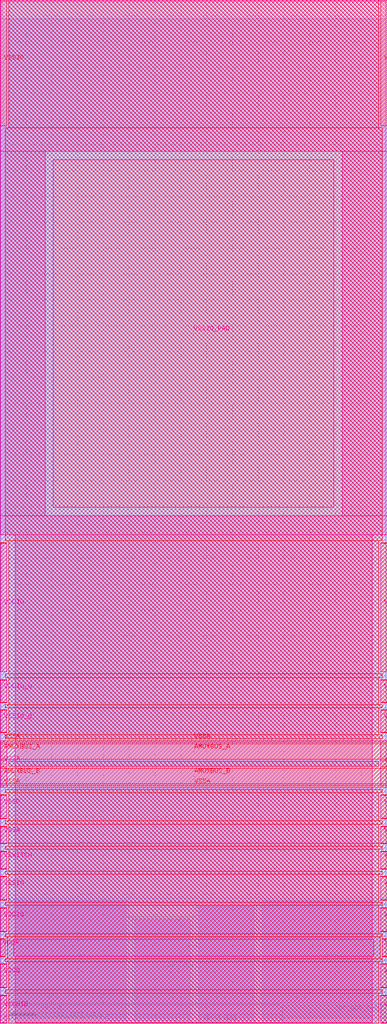
<source format=lef>
VERSION 5.7 ;
  NOWIREEXTENSIONATPIN ON ;
  DIVIDERCHAR "/" ;
  BUSBITCHARS "[]" ;
MACRO sky130_ef_io__vssio_lvc_pad
  CLASS PAD POWER ;
  FOREIGN sky130_ef_io__vssio_lvc_pad ;
  ORIGIN 0.000 0.000 ;
  SIZE 75.000 BY 197.965 ;
  PIN AMUXBUS_A
    DIRECTION INOUT ;
    USE SIGNAL ;
    PORT
      LAYER met4 ;
        RECT 0.000 51.090 75.000 54.070 ;
    END
    PORT
      LAYER met4 ;
        RECT 0.000 51.090 1.270 54.070 ;
    END
  END AMUXBUS_A
  PIN AMUXBUS_B
    DIRECTION INOUT ;
    USE SIGNAL ;
    PORT
      LAYER met4 ;
        RECT 0.000 46.330 75.000 49.310 ;
    END
    PORT
      LAYER met4 ;
        RECT 0.000 46.330 1.270 49.310 ;
    END
  END AMUXBUS_B
  PIN DRN_LVC1
    DIRECTION INOUT ;
    USE POWER ;
    PORT
      LAYER met3 ;
        RECT 26.000 -0.035 36.880 20.185 ;
    END
  END DRN_LVC1
  PIN DRN_LVC2
    DIRECTION INOUT ;
    USE POWER ;
    PORT
      LAYER met3 ;
        RECT 38.380 -0.035 49.255 22.865 ;
    END
  END DRN_LVC2
  PIN SRC_BDY_LVC1
    DIRECTION INOUT ;
    USE GROUND ;
    PORT
      LAYER met2 ;
        RECT 0.500 -0.035 20.495 1.450 ;
    END
  END SRC_BDY_LVC1
  PIN SRC_BDY_LVC2
    DIRECTION INOUT ;
    USE GROUND ;
    PORT
      LAYER met2 ;
        RECT 54.715 -0.035 74.700 3.625 ;
    END
  END SRC_BDY_LVC2
  PIN BDY2_B2B
    DIRECTION INOUT ;
    USE GROUND ;
    PORT
      LAYER met2 ;
        RECT 34.440 -0.035 44.440 0.290 ;
    END
  END BDY2_B2B
  PIN VSSIO_PAD
    DIRECTION INOUT ;
    USE GROUND ;
    PORT
      LAYER met5 ;
        RECT 10.270 99.865 64.670 167.130 ;
    END
  END VSSIO_PAD
  PIN VSSA
    DIRECTION INOUT ;
    USE GROUND ;
    PORT
      LAYER met5 ;
        RECT 73.730 45.700 75.000 54.700 ;
    END
    PORT
      LAYER met5 ;
        RECT 73.730 34.805 75.000 38.050 ;
    END
    PORT
      LAYER met5 ;
        RECT 0.000 45.700 1.270 54.700 ;
    END
    PORT
      LAYER met5 ;
        RECT 0.000 34.805 1.270 38.050 ;
    END
    PORT
      LAYER met4 ;
        RECT 73.730 49.610 75.000 50.790 ;
    END
    PORT
      LAYER met4 ;
        RECT 0.000 54.370 75.000 54.700 ;
    END
    PORT
      LAYER met4 ;
        RECT 0.000 45.700 75.000 46.030 ;
    END
    PORT
      LAYER met4 ;
        RECT 73.730 34.700 75.000 38.150 ;
    END
    PORT
      LAYER met4 ;
        RECT 0.000 45.700 1.270 46.030 ;
    END
    PORT
      LAYER met4 ;
        RECT 0.000 49.610 1.270 50.790 ;
    END
    PORT
      LAYER met4 ;
        RECT 0.000 54.370 1.270 54.700 ;
    END
    PORT
      LAYER met4 ;
        RECT 0.000 34.700 1.270 38.150 ;
    END
  END VSSA
  PIN VDDA
    DIRECTION INOUT ;
    USE POWER ;
    PORT
      LAYER met5 ;
        RECT 74.035 13.000 75.000 16.250 ;
    END
    PORT
      LAYER met5 ;
        RECT 0.000 13.000 0.965 16.250 ;
    END
    PORT
      LAYER met4 ;
        RECT 74.035 12.900 75.000 16.350 ;
    END
    PORT
      LAYER met4 ;
        RECT 0.000 12.900 0.965 16.350 ;
    END
  END VDDA
  PIN VSWITCH
    DIRECTION INOUT ;
    USE POWER ;
    PORT
      LAYER met5 ;
        RECT 73.730 29.950 75.000 33.200 ;
    END
    PORT
      LAYER met5 ;
        RECT 0.000 29.950 1.270 33.200 ;
    END
    PORT
      LAYER met4 ;
        RECT 73.730 29.850 75.000 33.300 ;
    END
    PORT
      LAYER met4 ;
        RECT 0.000 29.850 1.270 33.300 ;
    END
  END VSWITCH
  PIN VDDIO_Q
    DIRECTION INOUT ;
    USE POWER ;
    PORT
      LAYER met5 ;
        RECT 73.730 62.150 75.000 66.400 ;
    END
    PORT
      LAYER met5 ;
        RECT 0.000 62.150 1.270 66.400 ;
    END
    PORT
      LAYER met4 ;
        RECT 73.730 62.050 75.000 66.500 ;
    END
    PORT
      LAYER met4 ;
        RECT 0.000 62.050 1.270 66.500 ;
    END
  END VDDIO_Q
  PIN VCCHIB
    DIRECTION INOUT ;
    USE POWER ;
    PORT
      LAYER met5 ;
        RECT 73.730 0.100 75.000 5.350 ;
    END
    PORT
      LAYER met5 ;
        RECT 0.000 0.100 1.270 5.350 ;
    END
    PORT
      LAYER met4 ;
        RECT 73.730 0.000 75.000 5.450 ;
    END
    PORT
      LAYER met4 ;
        RECT 0.000 0.000 1.270 5.450 ;
    END
  END VCCHIB
  PIN VDDIO
    DIRECTION INOUT ;
    USE POWER ;
    PORT
      LAYER met5 ;
        RECT 73.730 68.000 75.000 92.950 ;
    END
    PORT
      LAYER met5 ;
        RECT 73.730 17.850 75.000 22.300 ;
    END
    PORT
      LAYER met5 ;
        RECT 0.000 68.000 1.270 92.950 ;
    END
    PORT
      LAYER met5 ;
        RECT 0.000 17.850 1.270 22.300 ;
    END
    PORT
      LAYER met4 ;
        RECT 73.730 17.750 75.000 22.400 ;
    END
    PORT
      LAYER met4 ;
        RECT 73.730 68.000 75.000 92.965 ;
    END
    PORT
      LAYER met4 ;
        RECT 0.000 17.750 1.270 22.400 ;
    END
    PORT
      LAYER met4 ;
        RECT 0.000 68.000 1.270 92.965 ;
    END
  END VDDIO
  PIN VCCD
    DIRECTION INOUT ;
    USE POWER ;
    PORT
      LAYER met5 ;
        RECT 73.730 6.950 75.000 11.400 ;
    END
    PORT
      LAYER met5 ;
        RECT 0.000 6.950 1.270 11.400 ;
    END
    PORT
      LAYER met4 ;
        RECT 73.730 6.850 75.000 11.500 ;
    END
    PORT
      LAYER met4 ;
        RECT 0.000 6.850 1.270 11.500 ;
    END
  END VCCD
  PIN VSSIO
    DIRECTION INOUT ;
    USE GROUND ;
    PORT
      LAYER met3 ;
        RECT 50.755 -0.035 74.700 23.815 ;
    END
    PORT
      LAYER met3 ;
        RECT 0.500 -0.035 24.500 23.815 ;
    END
    PORT
      LAYER met5 ;
        RECT 73.730 23.900 75.000 28.350 ;
    END
    PORT
      LAYER met5 ;
        RECT 0.000 23.900 1.270 28.350 ;
    END
    PORT
      LAYER met4 ;
        RECT 73.730 23.800 75.000 28.450 ;
    END
    PORT
      LAYER met4 ;
        RECT 73.730 173.750 75.000 197.965 ;
    END
    PORT
      LAYER met4 ;
        RECT 0.000 173.750 1.270 197.965 ;
    END
    PORT
      LAYER met4 ;
        RECT 0.000 23.800 1.270 28.450 ;
    END
  END VSSIO
  PIN VSSD
    DIRECTION INOUT ;
    USE GROUND ;
    PORT
      LAYER met5 ;
        RECT 73.730 39.650 75.000 44.100 ;
    END
    PORT
      LAYER met5 ;
        RECT 0.000 39.650 1.270 44.100 ;
    END
    PORT
      LAYER met4 ;
        RECT 73.730 39.550 75.000 44.200 ;
    END
    PORT
      LAYER met4 ;
        RECT 0.000 39.550 1.270 44.200 ;
    END
  END VSSD
  PIN VSSIO_Q
    DIRECTION INOUT ;
    USE GROUND ;
    PORT
      LAYER met5 ;
        RECT 73.730 56.300 75.000 60.550 ;
    END
    PORT
      LAYER met5 ;
        RECT 0.000 56.300 1.270 60.550 ;
    END
    PORT
      LAYER met4 ;
        RECT 73.730 56.200 75.000 60.650 ;
    END
    PORT
      LAYER met4 ;
        RECT 0.000 56.200 1.270 60.650 ;
    END
  END VSSIO_Q
  OBS
      LAYER li1 ;
        RECT 0.240 0.985 74.755 197.745 ;
      LAYER met1 ;
        RECT 0.120 0.000 74.785 197.805 ;
        RECT 16.655 -0.035 25.635 0.000 ;
        POLYGON 25.635 0.000 25.670 0.000 25.635 -0.035 ;
        RECT 26.210 -0.035 27.700 0.000 ;
        POLYGON 28.235 0.000 28.270 0.000 28.270 -0.035 ;
        RECT 28.270 -0.035 56.565 0.000 ;
      LAYER met2 ;
        RECT 0.500 3.905 74.700 194.395 ;
        RECT 0.500 3.625 54.435 3.905 ;
        RECT 0.500 1.730 54.715 3.625 ;
        RECT 20.775 0.570 54.715 1.730 ;
        RECT 20.775 0.005 34.160 0.570 ;
        RECT 44.720 0.005 54.715 0.570 ;
        RECT 20.775 0.000 34.440 0.005 ;
        RECT 20.925 -0.035 34.440 0.000 ;
        RECT 44.440 0.000 54.715 0.005 ;
        RECT 44.440 -0.035 53.535 0.000 ;
        RECT 54.095 -0.035 54.715 0.000 ;
      LAYER met3 ;
        RECT 0.490 24.215 74.700 197.965 ;
        RECT 24.900 23.265 50.355 24.215 ;
        RECT 24.900 20.585 37.980 23.265 ;
        RECT 24.900 1.695 25.600 20.585 ;
        RECT 37.280 1.695 37.980 20.585 ;
        RECT 49.655 1.695 50.355 23.265 ;
      LAYER met4 ;
        RECT 1.670 173.350 73.330 197.965 ;
        RECT 0.965 93.365 74.035 173.350 ;
        RECT 1.670 67.600 73.330 93.365 ;
        RECT 0.965 66.900 74.035 67.600 ;
        RECT 1.670 61.650 73.330 66.900 ;
        RECT 0.965 61.050 74.035 61.650 ;
        RECT 1.670 55.800 73.330 61.050 ;
        RECT 0.965 55.100 74.035 55.800 ;
        RECT 1.670 49.710 73.330 50.690 ;
        RECT 0.965 44.600 74.035 45.300 ;
        RECT 1.670 39.150 73.330 44.600 ;
        RECT 0.965 38.550 74.035 39.150 ;
        RECT 1.670 34.300 73.330 38.550 ;
        RECT 0.965 33.700 74.035 34.300 ;
        RECT 1.670 29.450 73.330 33.700 ;
        RECT 0.965 28.850 74.035 29.450 ;
        RECT 1.670 23.400 73.330 28.850 ;
        RECT 0.965 22.800 74.035 23.400 ;
        RECT 1.670 17.350 73.330 22.800 ;
        RECT 0.965 16.750 74.035 17.350 ;
        RECT 1.365 12.500 73.635 16.750 ;
        RECT 0.965 11.900 74.035 12.500 ;
        RECT 1.670 6.450 73.330 11.900 ;
        RECT 0.965 5.850 74.035 6.450 ;
        RECT 1.670 0.000 73.330 5.850 ;
      LAYER met5 ;
        RECT 0.000 168.730 75.000 197.965 ;
        RECT 0.000 98.265 8.670 168.730 ;
        RECT 66.270 98.265 75.000 168.730 ;
        RECT 0.000 94.550 75.000 98.265 ;
        RECT 2.870 34.805 72.130 94.550 ;
        RECT 0.000 34.800 75.000 34.805 ;
        RECT 2.870 16.250 72.130 34.800 ;
        RECT 2.565 13.000 72.435 16.250 ;
        RECT 2.870 0.100 72.130 13.000 ;
  END
END sky130_ef_io__vssio_lvc_pad
END LIBRARY


</source>
